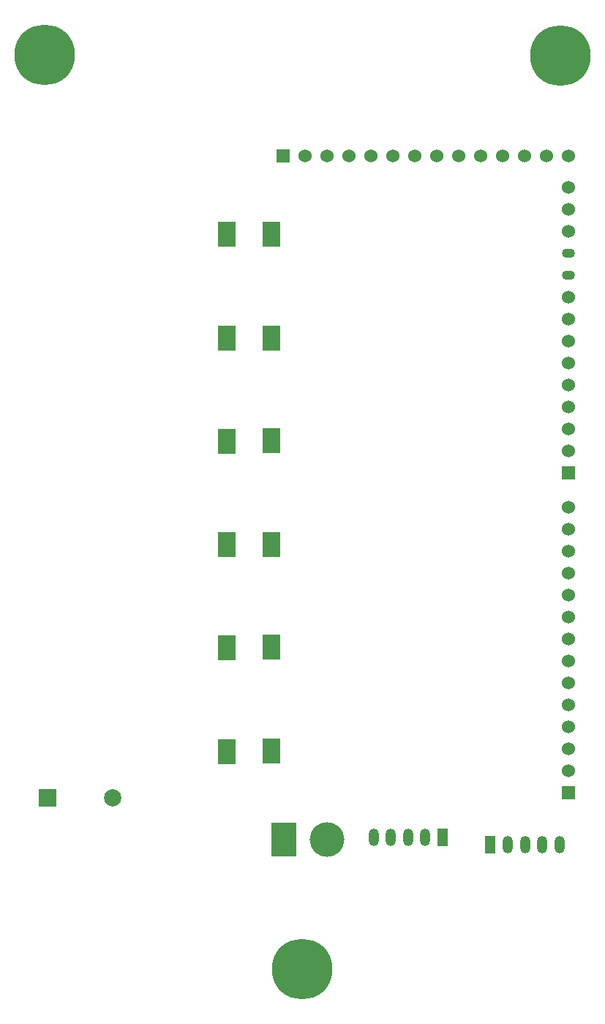
<source format=gbr>
G04 Layer_Color=255*
%FSLAX26Y26*%
%MOIN*%
%TF.FileFunction,Pads,Bot*%
%TF.Part,Single*%
G01*
G75*
%TA.AperFunction,ComponentPad*%
%ADD51R,0.078740X0.078740*%
%ADD52C,0.078740*%
%ADD53C,0.060000*%
%ADD54R,0.060000X0.060000*%
%ADD55O,0.060000X0.043307*%
%ADD56R,0.060000X0.060000*%
%ADD57O,0.047244X0.078740*%
%ADD58R,0.047244X0.078740*%
%ADD59C,0.157480*%
%ADD60R,0.118110X0.157480*%
%ADD61R,0.078740X0.118110*%
%TA.AperFunction,ViaPad*%
%ADD62C,0.275591*%
D51*
X3639764Y2389764D02*
D03*
D52*
X3935039D02*
D03*
D53*
X6011811Y4472441D02*
D03*
Y4572441D02*
D03*
Y4072441D02*
D03*
Y4272441D02*
D03*
Y4172441D02*
D03*
Y3972441D02*
D03*
Y4972441D02*
D03*
Y5172441D02*
D03*
Y5072441D02*
D03*
Y4672441D02*
D03*
Y4372441D02*
D03*
Y3615748D02*
D03*
Y3715748D02*
D03*
Y2715748D02*
D03*
Y2615748D02*
D03*
Y2515748D02*
D03*
Y2815748D02*
D03*
Y2915748D02*
D03*
Y3015748D02*
D03*
Y3115748D02*
D03*
Y3215748D02*
D03*
Y3315748D02*
D03*
Y3515748D02*
D03*
Y3415748D02*
D03*
X5911417Y5314961D02*
D03*
X6011417D02*
D03*
X5011417D02*
D03*
X4911417D02*
D03*
X4811417D02*
D03*
X5111417D02*
D03*
X5211417D02*
D03*
X5311417D02*
D03*
X5411417D02*
D03*
X5511417D02*
D03*
X5611417D02*
D03*
X5811417D02*
D03*
X5711417D02*
D03*
D54*
X6011811Y3872441D02*
D03*
Y2415748D02*
D03*
D55*
Y4872441D02*
D03*
Y4772441D02*
D03*
D56*
X4711417Y5314961D02*
D03*
D57*
X5972441Y2177165D02*
D03*
X5893701D02*
D03*
X5814961D02*
D03*
X5736220D02*
D03*
X5124409Y2212598D02*
D03*
X5203150D02*
D03*
X5281890D02*
D03*
X5360630D02*
D03*
D58*
X5657480Y2177165D02*
D03*
X5439370Y2212598D02*
D03*
D59*
X4911811Y2200787D02*
D03*
D60*
X4714961D02*
D03*
D61*
X4657874Y3545276D02*
D03*
X4457087Y3543307D02*
D03*
X4657874Y3076771D02*
D03*
X4457087Y3074803D02*
D03*
X4657874Y2604331D02*
D03*
X4457087Y2602362D02*
D03*
X4657874Y4017716D02*
D03*
X4457087Y4015748D02*
D03*
X4657874Y4486220D02*
D03*
X4457087Y4484252D02*
D03*
X4657874Y4958661D02*
D03*
X4457087Y4956693D02*
D03*
D62*
X3625984Y5775591D02*
D03*
X5976378Y5771654D02*
D03*
X4799213Y1610236D02*
D03*
%TF.MD5,75D5996230954919647C1D5D102984E2*%
M02*

</source>
